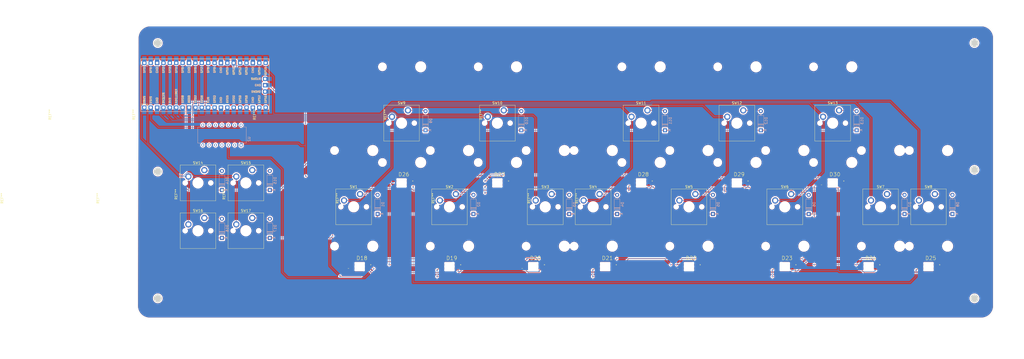
<source format=kicad_pcb>
(kicad_pcb (version 20240108) (generator "pcbnew") (generator_version "8.0")
  (layers (0 "F.Cu" signal) (31 "B.Cu" signal) (34 "B.Paste" user) (35 "F.Paste" user) (36 "B.SilkS" user "B.Silkscreen") (37 "F.SilkS" user "F.Silkscreen") (38 "B.Mask" user) (39 "F.Mask" user) (44 "Edge.Cuts" user))
  (net 0 "")
  (net 1 "Net-(D1-A)")
  (net 2 "Net-(D2-A)")
  (net 3 "Net-(D3-A)")
  (net 4 "Net-(D4-A)")
  (net 5 "Net-(D5-A)")
  (net 6 "Net-(D6-A)")
  (net 7 "Net-(D7-A)")
  (net 8 "Net-(D8-A)")
  (net 9 "Net-(D9-A)")
  (net 10 "Net-(D10-A)")
  (net 11 "Net-(D11-A)")
  (net 12 "Net-(D12-A)")
  (net 13 "Net-(D13-A)")
  (net 14 "Net-(D14-A)")
  (net 15 "Net-(D15-A)")
  (net 16 "Net-(D16-A)")
  (net 17 "Net-(D17-A)")
  (net 19 "unconnected-(U1-3V3-Pad36)")
  (net 26 "unconnected-(U1-3V3_EN-Pad37)")
  (net 47 "row2")
  (net 48 "row1")
  (net 49 "Net-(D18-DOUT)")
  (net 50 "power")
  (net 51 "output")
  (net 52 "GND")
  (net 53 "Net-(D19-DOUT)")
  (net 54 "Net-(D20-DOUT)")
  (net 55 "Net-(D21-DOUT)")
  (net 56 "Net-(D22-DOUT)")
  (net 57 "Net-(D23-DOUT)")
  (net 58 "Net-(D24-DOUT)")
  (net 59 "Net-(D25-DOUT)")
  (net 60 "Net-(D26-DOUT)")
  (net 61 "Net-(D27-DOUT)")
  (net 62 "Net-(D28-DOUT)")
  (net 63 "Net-(D29-DOUT)")
  (net 65 "col3")
  (net 66 "col2")
  (net 67 "col1")
  (net 68 "col6")
  (net 69 "col7")
  (net 70 "col4")
  (net 71 "col8")
  (net 72 "col5")
  (net 73 "5v")
  (net 75 "gpio18")
  (net 84 "col9")
  (net 85 "col10")
  (footprint "ScottoKeebs_MX:MX_PCB_3.00u_90degnew" (layer "F.Cu") (at 157.00375 171.7675)
    (property "Reference" "SW9")
    (property "Value" "SW_Push")
  )
  (footprint "ScottoKeebs_MX:MX_PCB_1.00unew" (layer "F.Cu") (at 95.09125 214.63)
    (property "Reference" "SW17")
    (property "Value" "SW_Push")
  )
  (footprint "SK6812-E:LED_SK6812-Eneww" (layer "F.Cu") (at 366.55375 228.9175)
    (property "Reference" "D25")
    (property "Value" "SK6812-E")
    (fp_line (start -1.7 -1.5) (end 1.7 -1.5) (stroke (width 0.01)) (layer "Edge.Cuts"))
    (fp_line (start -1.7 1.5) (end -1.7 -1.5) (stroke (width 0.01)) (layer "Edge.Cuts"))
    (fp_line (start 1.7 -1.5) (end 1.7 1.5) (stroke (width 0.01)) (layer "Edge.Cuts"))
    (fp_line (start 1.7 1.5) (end -1.7 1.5) (stroke (width 0.01)) (layer "Edge.Cuts"))
  )
  (footprint "ScottoKeebs_MX:MX_PCB_3.00u_90degnew" (layer "F.Cu") (at 366.55375 205.105)
    (property "Reference" "SW8")
    (property "Value" "SW_Push")
  )
  (footprint "SK6812-E:LED_SK6812-Eneww" (layer "F.Cu") (at 209.39125 228.9175)
    (property "Reference" "D20")
    (property "Value" "SK6812-E")
    (fp_line (start -1.7 -1.5) (end 1.7 -1.5) (stroke (width 0.01)) (layer "Edge.Cuts"))
    (fp_line (start -1.7 1.5) (end -1.7 -1.5) (stroke (width 0.01)) (layer "Edge.Cuts"))
    (fp_line (start 1.7 -1.5) (end 1.7 1.5) (stroke (width 0.01)) (layer "Edge.Cuts"))
    (fp_line (start 1.7 1.5) (end -1.7 1.5) (stroke (width 0.01)) (layer "Edge.Cuts"))
  )
  (footprint "SK6812-E:LED_SK6812-Eneww" (layer "F.Cu") (at 290.35375 195.58)
    (property "Reference" "D29")
    (property "Value" "SK6812-E")
    (fp_line (start -1.7 -1.5) (end 1.7 -1.5) (stroke (width 0.01)) (layer "Edge.Cuts"))
    (fp_line (start -1.7 1.5) (end -1.7 -1.5) (stroke (width 0.01)) (layer "Edge.Cuts"))
    (fp_line (start 1.7 -1.5) (end 1.7 1.5) (stroke (width 0.01)) (layer "Edge.Cuts"))
    (fp_line (start 1.7 1.5) (end -1.7 1.5) (stroke (width 0.01)) (layer "Edge.Cuts"))
  )
  (footprint "ScottoKeebs_Stabilizer:Stabilizer_MX_3.00unew" (layer "F.Cu") (at 346.88375 201.73 90)
    (property "Reference" "REF**")
    (property "Value" "Stabilizer_MX_3.00unew")
  )
  (footprint "ScottoKeebs_Stabilizer:Stabilizer_MX_3.00unew" (layer "F.Cu") (at 327.83375 168.3925 90)
    (property "Reference" "REF**")
    (property "Value" "Stabilizer_MX_3.00unew")
  )
  (footprint "ScottoKeebs_Stabilizer:Stabilizer_MX_3.00unew" (layer "F.Cu") (at 175.43375 201.73 90)
    (property "Reference" "REF**")
    (property "Value" "Stabilizer_MX_3.00unew")
  )
  (footprint "ScottoKeebs_MX:MX_PCB_3.00u_90degnew" (layer "F.Cu") (at 176.05375 205.105)
    (property "Reference" "SW2")
    (property "Value" "SW_Push")
  )
  (footprint "ScottoKeebs_MX:MX_PCB_3.00u_90degnew" (layer "F.Cu") (at 328.45375 171.7675)
    (property "Reference" "SW13")
    (property "Value" "SW_Push")
  )
  (footprint "SK6812-E:LED_SK6812-Eneww" (layer "F.Cu") (at 237.96625 228.9175)
    (property "Reference" "D21")
    (property "Value" "SK6812-E")
    (fp_line (start -1.7 -1.5) (end 1.7 -1.5) (stroke (width 0.01)) (layer "Edge.Cuts"))
    (fp_line (start -1.7 1.5) (end -1.7 -1.5) (stroke (width 0.01)) (layer "Edge.Cuts"))
    (fp_line (start 1.7 -1.5) (end 1.7 1.5) (stroke (width 0.01)) (layer "Edge.Cuts"))
    (fp_line (start 1.7 1.5) (end -1.7 1.5) (stroke (width 0.01)) (layer "Edge.Cuts"))
  )
  (footprint "SK6812-E:LED_SK6812-Eneww" (layer "F.Cu") (at 328.45375 195.58)
    (property "Reference" "D30")
    (property "Value" "SK6812-E")
    (fp_line (start -1.7 -1.5) (end 1.7 -1.5) (stroke (width 0.01)) (layer "Edge.Cuts"))
    (fp_line (start -1.7 1.5) (end -1.7 -1.5) (stroke (width 0.01)) (layer "Edge.Cuts"))
    (fp_line (start 1.7 -1.5) (end 1.7 1.5) (stroke (width 0.01)) (layer "Edge.Cuts"))
    (fp_line (start 1.7 1.5) (end -1.7 1.5) (stroke (width 0.01)) (layer "Edge.Cuts"))
  )
  (footprint "ScottoKeebs_MX:MX_PCB_3.00u_90degnew" (layer "F.Cu") (at 195.10375 171.7675)
    (property "Reference" "SW10")
    (property "Value" "SW_Push")
  )
  (footprint "ScottoKeebs_Stabilizer:Stabilizer_MX_3.00unew" (layer "F.Cu") (at 308.78375 201.73 90)
    (property "Reference" "REF**")
    (property "Value" "Stabilizer_MX_3.00unew")
  )
  (footprint "ScottoKeebs_Stabilizer:Stabilizer_MX_3.00unew" (layer "F.Cu") (at 270.68375 201.73 90)
    (property "Reference" "REF**")
    (property "Value" "Stabilizer_MX_3.00unew")
  )
  (footprint "ScottoKeebs_MX:MX_PCB_1.00unew" (layer "F.Cu") (at 76.04125 214.63)
    (property "Reference" "SW16")
    (property "Value" "SW_Push")
  )
  (footprint "ScottoKeebs_MX:MX_PCB_1.00unew" (layer "F.Cu") (at 95.09125 195.58)
    (property "Reference" "SW15")
    (property "Value" "SW_Push")
  )
  (footprint "SK6812-E:LED_SK6812-Eneww" (layer "F.Cu") (at 309.40375 228.9175)
    (property "Reference" "D23")
    (property "Value" "SK6812-E")
    (fp_line (start -1.7 -1.5) (end 1.7 -1.5) (stroke (width 0.01)) (layer "Edge.Cuts"))
    (fp_line (start -1.7 1.5) (end -1.7 -1.5) (stroke (width 0.01)) (layer "Edge.Cuts"))
    (fp_line (start 1.7 -1.5) (end 1.7 1.5) (stroke (width 0.01)) (layer "Edge.Cuts"))
    (fp_line (start 1.7 1.5) (end -1.7 1.5) (stroke (width 0.01)) (layer "Edge.Cuts"))
  )
  (footprint "ScottoKeebs_MX:MX_PCB_3.00u_90degnew" (layer "F.Cu") (at 290.35375 171.7675)
    (property "Reference" "SW12")
    (property "Value" "SW_Push")
  )
  (footprint "ScottoKeebs_Stabilizer:Stabilizer_MX_3.00unew" (layer "F.Cu") (at 156.38375 168.3925 90)
    (property "Reference" "REF**")
    (property "Value" "Stabilizer_MX_3.00unew")
  )
  (footprint "ScottoKeebs_MX:MX_PCB_3.00u_90degnew" (layer "F.Cu") (at 214.15375 205.105)
    (property "Reference" "SW3")
    (property "Value" "SW_Push")
  )
  (footprint "ScottoKeebs_MX:MX_PCB_3.00u_90degnew" (layer "F.Cu") (at 347.50375 205.105)
    (property "Reference" "SW7")
    (property "Value" "SW_Push")
  )
  (footprint "SK6812-E:LED_SK6812-Eneww" (layer "F.Cu") (at 252.25375 195.58)
    (property "Reference" "D28")
    (property "Value" "SK6812-E")
    (fp_line (start -1.7 -1.5) (end 1.7 -1.5) (stroke (width 0.01)) (layer "Edge.Cuts"))
    (fp_line (start -1.7 1.5) (end -1.7 -1.5) (stroke (width 0.01)) (layer "Edge.Cuts"))
    (fp_line (start 1.7 -1.5) (end 1.7 1.5) (stroke (width 0.01)) (layer "Edge.Cuts"))
    (fp_line (start 1.7 1.5) (end -1.7 1.5) (stroke (width 0.01)) (layer "Edge.Cuts"))
  )
  (footprint "ScottoKeebs_Stabilizer:Stabilizer_MX_3.00unew" (layer "F.Cu") (at 194.48375 168.3925 90)
    (property "Reference" "REF**")
    (property "Value" "Stabilizer_MX_3.00unew")
  )
  (footprint "SK6812-E:LED_SK6812-Eneww" (layer "F.Cu") (at 176.05375 228.9175)
    (property "Reference" "D19")
    (property "Value" "SK6812-E")
    (fp_line (start -1.7 -1.5) (end 1.7 -1.5) (stroke (width 0.01)) (layer "Edge.Cuts"))
    (fp_line (start -1.7 1.5) (end -1.7 -1.5) (stroke (width 0.01)) (layer "Edge.Cuts"))
    (fp_line (start 1.7 -1.5) (end 1.7 1.5) (stroke (width 0.01)) (layer "Edge.Cuts"))
    (fp_line (start 1.7 1.5) (end -1.7 1.5) (stroke (width 0.01)) (layer "Edge.Cuts"))
  )
  (footprint "ScottoKeebs_Stabilizer:Stabilizer_MX_3.00unew" (layer "F.Cu") (at 213.53375 201.73 90)
    (property "Reference" "REF**")
    (property "Value" "Stabilizer_MX_3.00unew")
  )
  (footprint "ScottoKeebs_Stabilizer:Stabilizer_MX_3.00unew" (layer "F.Cu") (at 251.63375 168.3925 90)
    (property "Reference" "REF**")
    (property "Value" "Stabilizer_MX_3.00unew")
  )
  (footprint "ScottoKeebs_MX:MX_PCB_3.00u_90degnew" (layer "F.Cu") (at 137.95375 205.105)
    (property "Reference" "SW1")
    (property "Value" "SW_Push")
  )
  (footprint "SK6812-E:LED_SK6812-Eneww" (layer "F.Cu") (at 157.00375 195.58)
    (property "Reference" "D26")
    (property "Value" "SK6812-E")
    (fp_line (start -1.7 -1.5) (end 1.7 -1.5) (stroke (width 0.01)) (layer "Edge.Cuts"))
    (fp_line (start -1.7 1.5) (end -1.7 -1.5) (stroke (width 0.01)) (layer "Edge.Cuts"))
    (fp_line (start 1.7 -1.5) (end 1.7 1.5) (stroke (width 0.01)) (layer "Edge.Cuts"))
    (fp_line (start 1.7 1.5) (end -1.7 1.5) (stroke (width 0.01)) (layer "Edge.Cuts"))
  )
  (footprint "SK6812-E:LED_SK6812-Eneww" (layer "F.Cu") (at 195.10375 195.58)
    (property "Reference" "D27")
    (property "Value" "SK6812-E")
    (fp_line (start -1.7 -1.5) (end 1.7 -1.5) (stroke (width 0.01)) (layer "Edge.Cuts"))
    (fp_line (start -1.7 1.5) (end -1.7 -1.5) (stroke (width 0.01)) (layer "Edge.Cuts"))
    (fp_line (start 1.7 -1.5) (end 1.7 1.5) (stroke (width 0.01)) (layer "Edge.Cuts"))
    (fp_line (start 1.7 1.5) (end -1.7 1.5) (stroke (width 0.01)) (layer "Edge.Cuts"))
  )
  (footprint "ScottoKeebs_MX:MX_PCB_3.00u_90degnew" (layer "F.Cu") (at 233.20375 205.105)
    (property "Reference" "SW4")
    (property "Value" "SW_Push")
  )
  (footprint "ScottoKeebs_Stabilizer:Stabilizer_MX_3.00unew" (layer "F.Cu") (at 365.93375 201.73 90)
    (property "Reference" "REF**")
    (property "Value" "Stabilizer_MX_3.00unew")
  )
  (footprint "ScottoKeebs_Stabilizer:Stabilizer_MX_3.00unew" (layer "F.Cu") (at 232.58375 201.73 90)
    (property "Reference" "REF**")
    (property "Value" "Stabilizer_MX_3.00unew")
  )
  (footprint "SK6812-E:LED_SK6812-Eneww" (layer "F.Cu") (at 271.30375 228.9175)
    (property "Reference" "D22")
    (property "Value" "SK6812-E")
    (fp_line (start -1.7 -1.5) (end 1.7 -1.5) (stroke (width 0.01)) (layer "Edge.Cuts"))
    (fp_line (start -1.7 1.5) (end -1.7 -1.5) (stroke (width 0.01)) (layer "Edge.Cuts"))
    (fp_line (start 1.7 -1.5) (end 1.7 1.5) (stroke (width 0.01)) (layer "Edge.Cuts"))
    (fp_line (start 1.7 1.5) (end -1.7 1.5) (stroke (width 0.01)) (layer "Edge.Cuts"))
  )
  (footprint "ScottoKeebs_Stabilizer:Stabilizer_MX_3.00unew" (layer "F.Cu") (at 289.73375 168.3925 90)
    (property "Reference" "REF**")
    (property "Value" "Stabilizer_MX_3.00unew")
  )
  (footprint "ScottoKeebs_Stabilizer:Stabilizer_MX_3.00unew" (layer "F.Cu") (at 137.33375 201.73 90)
    (property "Reference" "REF**")
    (property "Value" "Stabilizer_MX_3.00unew")
  )
  (footprint "SK6812-E:LED_SK6812-Eneww" (layer "F.Cu") (at 140.335 228.9175)
    (property "Reference" "D18")
    (property "Value" "SK6812-E")
    (fp_line (start -1.7 -1.5) (end 1.7 -1.5) (stroke (width 0.01)) (layer "Edge.Cuts"))
    (fp_line (start -1.7 1.5) (end -1.7 -1.5) (stroke (width 0.01)) (layer "Edge.Cuts"))
    (fp_line (start 1.7 -1.5) (end 1.7 1.5) (stroke (width 0.01)) (layer "Edge.Cuts"))
    (fp_line (start 1.7 1.5) (end -1.7 1.5) (stroke (width 0.01)) (layer "Edge.Cuts"))
  )
  (footprint "ScottoKeebs_MX:MX_PCB_3.00u_90degnew" (layer "F.Cu") (at 309.40375 205.105)
    (property "Reference" "SW6")
    (property "Value" "SW_Push")
  )
  (footprint "ScottoKeebs_MX:MX_PCB_3.00u_90degnew" (layer "F.Cu") (at 271.30375 205.105)
    (property "Reference" "SW5")
    (property "Value" "SW_Push")
  )
  (footprint "SK6812-E:LED_SK6812-Eneww" (layer "F.Cu") (at 342.74125 228.9175)
    (property "Reference" "D24")
    (property "Value" "SK6812-E")
    (fp_line (start -1.7 -1.5) (end 1.7 -1.5) (stroke (width 0.01)) (layer "Edge.Cuts"))
    (fp_line (start -1.7 1.5) (end -1.7 -1.5) (stroke (width 0.01)) (layer "Edge.Cuts"))
    (fp_line (start 1.7 -1.5) (end 1.7 1.5) (stroke (width 0.01)) (layer "Edge.Cuts"))
    (fp_line (start 1.7 1.5) (end -1.7 1.5) (stroke (width 0.01)) (layer "Edge.Cuts"))
  )
  (footprint "ScottoKeebs_MX:MX_PCB_1.00unew" (layer "F.Cu") (at 76.04125 195.58)
    (property "Reference" "SW14")
    (property "Value" "SW_Push")
  )
  (footprint "ScottoKeebs_MX:MX_PCB_3.00u_90degnew" (layer "F.Cu") (at 252.25375 171.7675)
    (property "Reference" "SW11")
    (property "Value" "SW_Push")
  )
  (footprint "Diode_THT:D_DO-35_SOD27_P7.62mm_Horizontal" (layer "B.Cu") (at 104.61625 217.4875 90)
    (property "Reference" "D17")
    (property "Value" "1N4148")
  )
  (footprint "Diode_THT:D_DO-35_SOD27_P7.62mm_Horizontal" (layer "B.Cu") (at 261.77875 174.625 90)
    (property "Reference" "D11")
    (property "Value" "1N4148")
  )
  (footprint "Diode_THT:D_DO-35_SOD27_P7.62mm_Horizontal" (layer "B.Cu") (at 242.72875 207.9625 90)
    (property "Reference" "D4")
    (property "Value" "1N4148")
  )
  (footprint "Diode_THT:D_DO-35_SOD27_P7.62mm_Horizontal" (layer "B.Cu") (at 204.62875 174.625 90)
    (property "Reference" "D10")
    (property "Value" "1N4148")
  )
  (footprint "Diode_THT:D_DO-35_SOD27_P7.62mm_Horizontal" (layer "B.Cu") (at 85.56625 198.4375 90)
    (property "Reference" "D14")
    (property "Value" "1N4148")
  )
  (footprint "Diode_THT:D_DO-35_SOD27_P7.62mm_Horizontal" (layer "B.Cu") (at 376.07875 207.9625 90)
    (property "Reference" "D8")
    (property "Value" "1N4148")
  )
  (footprint "Diode_THT:D_DO-35_SOD27_P7.62mm_Horizontal" (layer "B.Cu") (at 104.61625 198.4375 90)
    (property "Reference" "D15")
    (property "Value" "1N4148")
  )
  (footprint "Diode_THT:D_DO-35_SOD27_P7.62mm_Horizontal" (layer "B.Cu") (at 185.57875 207.9625 90)
    (property "Reference" "D2")
    (property "Value" "1N4148")
  )
  (footprint "Diode_THT:D_DO-35_SOD27_P7.62mm_Horizontal" (layer "B.Cu") (at 223.67875 207.9625 90)
    (property "Reference" "D3")
    (property "Value" "1N4148")
  )
  (footprint "Diode_THT:D_DO-35_SOD27_P7.62mm_Horizontal" (layer "B.Cu") (at 299.87875 174.625 90)
    (property "Reference" "D12")
    (property "Value" "1N4148")
  )
  (footprint "SN74AHCT125N:DIP794W45P254L1930H508Q14" (layer "B.Cu") (at 85.56625 176.53 90)
    (property "Reference" "U2")
    (property "Value" "SN74AHCT125N")
  )
  (footprint "Diode_THT:D_DO-35_SOD27_P7.62mm_Horizontal" (layer "B.Cu") (at 147.47875 207.9625 90)
    (property "Reference" "D1")
    (property "Value" "1N4148")
  )
  (footprint "Diode_THT:D_DO-35_SOD27_P7.62mm_Horizontal" (layer "B.Cu") (at 357.02875 207.9625 90)
    (property "Reference" "D7")
    (property "Value" "1N4148")
  )
  (footprint "ScottoKeebs_MCU:Raspberry_Pi_Pico" (layer "B.Cu") (at 78.82625 156.6875 -90)
    (property "Reference" "U1" (hide yes))
    (property "Value" "Raspberry_Pi_Pico" (hide yes))
  )
  (footprint "Diode_THT:D_DO-35_SOD27_P7.62mm_Horizontal" (layer "B.Cu") (at 337.97875 174.625 90)
    (property "Reference" "D13")
    (property "Value" "1N4148")
  )
  (footprint "Diode_THT:D_DO-35_SOD27_P7.62mm_Horizontal" (layer "B.Cu") (at 280.82875 207.9625 90)
    (property "Reference" "D5")
    (property "Value" "1N4148")
  )
  (footprint "Diode_THT:D_DO-35_SOD27_P7.62mm_Horizontal" (layer "B.Cu") (at 85.56625 217.4875 90)
    (property "Reference" "D16")
    (property "Value" "1N4148")
  )
  (footprint "Diode_THT:D_DO-35_SOD27_P7.62mm_Horizontal" (layer "B.Cu") (at 318.92875 207.9625 90)
    (property "Reference" "D6")
    (property "Value" "1N4148")
  )
  (footprint "Diode_THT:D_DO-35_SOD27_P7.62mm_Horizontal" (layer "B.Cu") (at 166.52875 174.625 90)
    (property "Reference" "D9")
    (property "Value" "1N4148")
  )
  (gr_line (start 387.58875 132.875) (end 385.60375 132.875) (stroke (width 0.05)) (layer "Edge.Cuts"))
  (gr_arc (start 56.82625 249.55625) (mid 53.290716 248.091784) (end 51.82625 244.55625) (stroke (width 0.05)) (layer "Edge.Cuts"))
  (gr_arc (start 387.58875 132.875) (mid 391.124284 134.339466) (end 392.58875 137.875) (stroke (width 0.05)) (layer "Edge.Cuts"))
  (gr_line (start 382.82625 249.55625) (end 56.82625 249.55625) (stroke (width 0.05)) (layer "Edge.Cuts"))
  (gr_circle (center 384.8325 241.55625) (end 386.4325 241.55625) (stroke (width 0.05)) (fill solid) (layer "Edge.Cuts"))
  (gr_circle (center 60.07 191.05625) (end 61.67 191.05625) (stroke (width 0.05)) (fill solid) (layer "Edge.Cuts"))
  (gr_arc (start 392.58875 244.55625) (mid 391.124284 248.091784) (end 387.58875 249.55625) (stroke (width 0.05)) (layer "Edge.Cuts"))
  (gr_line (start 392.58875 137.875) (end 392.58875 244.55625) (stroke (width 0.05)) (layer "Edge.Cuts"))
  (gr_line (start 382.82625 249.55625) (end 387.58875 249.55625) (stroke (width 0.05)) (layer "Edge.Cuts"))
  (gr_line (start 51.82625 244.55625) (end 52.07 137.875) (stroke (width 0.05)) (layer "Edge.Cuts"))
  (gr_arc (start 52.07 137.875) (mid 53.534466 134.339466) (end 57.07 132.875) (stroke (width 0.05)) (layer "Edge.Cuts"))
  (gr_circle (center 384.8325 139.875) (end 386.4325 139.875) (stroke (width 0.05)) (fill solid) (layer "Edge.Cuts"))
  (gr_line (start 57.07 132.875) (end 385.60375 132.875) (stroke (width 0.05)) (layer "Edge.Cuts"))
  (gr_circle (center 384.8325 190.375) (end 386.4325 190.375) (stroke (width 0.05)) (fill solid) (layer "Edge.Cuts"))
  (gr_circle (center 60.07 241.55625) (end 61.67 241.55625) (stroke (width 0.05)) (fill solid) (layer "Edge.Cuts"))
  (gr_circle (center 60.07 139.875) (end 61.67 139.875) (stroke (width 0.05)) (fill solid) (layer "Edge.Cuts"))
  (segment (start 140.49375 200.025) (end 147.16125 200.025) (width 0.2) (layer "F.Cu") (net 1))
  (segment (start 147.16125 200.025) (end 147.47875 200.3425) (width 0.2) (layer "F.Cu") (net 1))
  (segment (start 178.59375 200.025) (end 185.26125 200.025) (width 0.2) (layer "F.Cu") (net 2))
  (segment (start 185.26125 200.025) (end 185.57875 200.3425) (width 0.2) (layer "F.Cu") (net 2))
  (segment (start 216.69375 200.025) (end 223.36125 200.025) (width 0.2) (layer "F.Cu") (net 3))
  (segment (start 223.36125 200.025) (end 223.67875 200.3425) (width 0.2) (layer "F.Cu") (net 3))
  (segment (start 235.74375 200.025) (end 242.41125 200.025) (width 0.2) (layer "F.Cu") (net 4))
  (segment (start 242.41125 200.025) (end 242.72875 200.3425) (width 0.2) (layer "F.Cu") (net 4))
  (segment (start 280.51125 200.025) (end 280.82875 200.3425) (width 0.2) (layer "F.Cu") (net 5))
  (segment (start 273.84375 200.025) (end 280.51125 200.025) (width 0.2) (layer "F.Cu") (net 5))
  (segment (start 318.61125 200.025) (end 318.92875 200.3425) (width 0.2) (layer "F.Cu") (net 6))
  (segment (start 311.94375 200.025) (end 318.61125 200.025) (width 0.2) (layer "F.Cu") (net 6))
  (segment (start 350.04375 200.025) (end 356.71125 200.025) (width 0.2) (layer "F.Cu") (net 7))
  (segment (start 356.71125 200.025) (end 357.02875 200.3425) (width 0.2) (layer "F.Cu") (net 7))
  (segment (start 375.76125 200.025) (end 376.07875 200.3425) (width 0.2) (layer "F.Cu") (net 8))
  (segment (start 369.09375 200.025) (end 375.76125 200.025) (width 0.2) (layer "F.Cu") (net 8))
  (segment (start 159.54375 166.6875) (end 166.21125 166.6875) (width 0.2) (layer "F.Cu") (net 9))
  (segment (start 166.21125 166.6875) (end 166.52875 167.005) (width 0.2) (layer "F.Cu") (net 9))
  (segment (start 204.31125 166.6875) (end 204.62875 167.005) (width 0.2) (layer "F.Cu") (net 10))
  (segment (start 197.64375 166.6875) (end 204.31125 166.6875) (width 0.2) (layer "F.Cu") (net 10))
  (segment (start 254.79375 166.6875) (end 261.46125 166.6875) (width 0.2) (layer "F.Cu") (net 11))
  (segment (start 261.46125 166.6875) (end 261.77875 167.005) (width 0.2) (layer "F.Cu") (net 11))
  (segment (start 292.89375 166.6875) (end 299.56125 166.6875) (width 0.2) (layer "F.Cu") (net 12))
  (segment (start 299.56125 166.6875) (end 299.87875 167.005) (width 0.2) (layer "F.Cu") (net 12))
  (segment (start 330.99375 166.6875) (end 337.66125 166.6875) (width 0.2) (layer "F.Cu") (net 13))
  (segment (start 337.66125 166.6875) (end 337.97875 167.005) (width 0.2) (layer "F.Cu") (net 13))
  (segment (start 78.89875 190.8175) (end 78.58125 190.5) (width 0.2) (layer "F.Cu") (net 14))
  (segment (start 85.56625 190.8175) (end 78.89875 190.8175) (width 0.2) (layer "F.Cu") (net 14))
  (segment (start 102.235 190.8175) (end 101.9175 190.5) (width 0.2) (layer "F.Cu") (net 15))
  (segment (start 101.9175 190.5) (end 97.63125 190.5) (width 0.2) (layer "F.Cu") (net 15))
  (segment (start 104.61625 190.8175) (end 102.235 190.8175) (width 0.2) (layer "F.Cu") (net 15))
  (segment (start 85.24875 209.55) (end 85.56625 209.8675) (width 0.2) (layer "F.Cu") (net 16))
  (segment (start 78.58125 209.55) (end 85.24875 209.55) (width 0.2) (layer "F.Cu") (net 16))
  (segment (start 101.9175 209.55) (end 97.63125 209.55) (width 0.2) (layer "F.Cu") (net 17))
  (segment (start 104.61625 209.8675) (end 102.235 209.8675) (width 0.2) (layer "F.Cu") (net 17))
  (segment (start 102.235 209.8675) (end 101.9175 209.55) (width 0.2) (layer "F.Cu") (net 17))
  (segment (start 64.38 166.2125) (end 64.85625 165.73625) (width 0.2) (layer "B.Cu") (net 19))
  (segment (start 64.85625 165.73625) (end 64.85625 165.5775) (width 0.2) (layer "B.Cu") (net 19))
  (segment (start 62.31625 165.5775) (end 62.31625 165.895) (width 0.2) (layer "B.Cu") (net 26))
  (segment (start 62.31625 165.895) (end 61.99875 166.2125) (width 0.2) (layer "B.Cu") (net 26))
  (segment (start 72.3225 163.43125) (end 71.32625 164.4275) (width 0.2) (layer "F.Cu") (net 47))
  (segment (start 71.32625 189.942968) (end 69.228838 192.04038) (width 0.2) (layer "F.Cu") (net 47))
  (segment (start 90.25625 161.285) (end 90.25625 147.7975) (width 0.2) (layer "F.Cu") (net 47))
  (segment (start 147.47875 207.9625) (end 147.47875 208.91625) (width 0.2) (layer "F.Cu") (net 47))
  (segment (start 69.228838 192.04038) (end 69.228838 214.63) (width 0.2) (layer "F.Cu") (net 47))
  (segment (start 88.11 163.43125) (end 72.3225 163.43125) (width 0.2) (layer "F.Cu") (net 47))
  (segment (start 105.0925 217.01125) (end 104.61625 217.4875) (width 0.2) (layer "F.Cu") (net 47))
  (segment (start 136.6825 217.4875) (end 104.61625 217.4875) (width 0.2) (layer "F.Cu") (net 47))
  (segment (start 72.086338 217.4875) (end 85.56625 217.4875) (width 0.2) (layer "F.Cu") (net 47))
  (segment (start 104.61625 217.4875) (end 85.56625 217.4875) (width 0.2) (layer "F.Cu") (net 47))
  (segment (start 71.32625 164.4275) (end 71.32625 189.942968) (width 0.2) (layer "F.Cu") (net 47))
  (segment (start 69.228838 214.63) (end 72.086338 217.4875) (width 0.2) (layer "F.Cu") (net 47))
  (segment (start 147.47875 207.9625) (end 376.07875 207.9625) (width 0.2) (layer "F.Cu") (net 47))
  (segment (start 88.11 163.43125) (end 90.25625 161.285) (width 0.2) (layer "F.Cu") (net 47))
  (segment (start 137.795 218.6) (end 136.6825 217.4875) (width 0.2) (layer "F.Cu") (net 47))
  (segment (start 147.47875 208.91625) (end 137.795 218.6) (width 0.2) (layer "F.Cu") (net 47))
  (segment (start 91.40625 146.9825) (end 91.07125 146.6475) (width 0.2) (layer "F.Cu") (net 48))
  (segment (start 91.40625 160.700686) (end 91.40625 146.9825) (width 0.2) (layer "F.Cu") (net 48))
  (segment (start 108.667736 198.4375) (end 104.61625 198.4375) (width 0.2) (layer "F.Cu") (net 48))
  (segment (start 72.086338 198.4375) (end 69.73625 196.087412) (width 0.2) (layer "F.Cu") (net 48))
  (segment (start 73.86625 188.23) (end 73.86625 164.4275) (width 0.2) (layer "F.Cu") (net 48))
  (segment (start 74.4625 163.83125) (end 88.275686 163.83125) (width 0.2) (layer "F.Cu") (net 48))
  (segment (start 166.52875 174.625) (end 132.480236 174.625) (width 0.2) (layer "F.Cu") (net 48))
  (segment (start 88.86625 146.6475) (end 87.71625 147.7975) (width 0.2) (layer "F.Cu") (net 48))
  (segment (start 88.275686 163.83125) (end 91.40625 160.700686) (width 0.2) (layer "F.Cu") (net 48))
  (segment (start 131.883243 175.221993) (end 108.667736 198.4375) (width 0.2) (layer "F.Cu") (net 48))
  (segment (start 132.480236 174.625) (end 131.883243 175.221993) (width 0.2) (layer "F.Cu") (net 48))
  (segment (start 69.73625 192.36) (end 73.86625 188.23) (width 0.2) (layer "F.Cu") (net 48))
  (segment (start 73.86625 164.4275) (end 74.4625 163.83125) (width 0.2) (layer "F.Cu") (net 48))
  (segment (start 91.07125 146.6475) (end 88.86625 146.6475) (width 0.2) (layer "F.Cu") (net 48))
  (segment (start 85.56625 198.4375) (end 72.086338 198.4375) (width 0.2) (layer "F.Cu") (net 48))
  (segment (start 69.73625 196.087412) (end 69.73625 192.36) (width 0.2) (layer "F.Cu") (net 48))
  (segment (start 166.52875 174.625) (end 337.97875 174.625) (width 0.2) (layer "F.Cu") (net 48))
  (segment (start 85.56625 198.4375) (end 104.61625 198.4375) (width 0.2) (layer "F.Cu") (net 48))
  (segment (start 136.125 228.9575) (end 136.125 227.4575) (width 0.2) (layer "F.Cu") (net 49))
  (segment (start 136.835 229.6675) (end 136.125 228.9575) (width 0.2) (layer "F.Cu") (net 49))
  (segment (start 136.125 227.4575) (end 137.83875 225.74375) (width 0.2) (layer "F.Cu") (net 49))
  (segment (start 176.787107 225.74375) (end 137.83875 225.74375) (width 0.2) (layer "F.Cu") (net 49))
  (segment (start 137.325 229.6675) (end 136.835 229.6675) (width 0.2) (layer "F.Cu") (net 49))
  (segment (start 179.06375 228.020393) (end 179.06375 228.1675) (width 0.2) (layer "F.Cu") (net 49))
  (segment (start 176.787107 225.74375) (end 179.06375 228.020393) (width 0.2) (layer "F.Cu") (net 49))
  (segment (start 234.95625 227.5575) (end 235.59625 226.9175) (width 0.2) (layer "F.Cu") (net 50))
  (segment (start 232.5325 225.74375) (end 234.95625 228.1675) (width 0.2) (layer "F.Cu") (net 50))
  (segment (start 287.34375 194.83) (end 286.09375 193.58) (width 0.2) (layer "F.Cu") (net 50))
  (segment (start 321.15125 196.98) (end 323.30125 194.83) (width 0.2) (layer "F.Cu") (net 50))
  (segment (start 237.8075 226.9175) (end 241.39625 226.9175) (width 0.2) (layer "F.Cu") (net 50))
  (segment (start 153.99375 194.22) (end 155.4075 192.80625) (width 0.2) (layer "F.Cu") (net 50))
  (segment (start 306.35125 228.125) (end 306.35125 228.062893) (width 0.2) (layer "F.Cu") (net 50))
  (segment (start 306.39375 228.1675) (end 306.35125 228.125) (width 0.2) (layer "F.Cu") (net 50))
  (segment (start 324.19375 193.58) (end 288.446643 193.58) (width 0.2) (layer "F.Cu") (net 50))
  (segment (start 363.54375 228.1675) (end 361.12 225.74375) (width 0.2) (layer "F.Cu") (net 50))
  (segment (start 268.25125 228.125) (end 268.29375 228.1675) (width 0.2) (layer "F.Cu") (net 50))
  (segment (start 308.670393 225.74375) (end 316.38875 225.74375) (width 0.2) (layer "F.Cu") (net 50))
  (segment (start 323.30125 194.83) (end 325.44375 194.83) (width 0.2) (layer "F.Cu") (net 50))
  (segment (start 171.79375 226.9175) (end 173.04375 228.1675) (width 0.2) (layer "F.Cu") (net 50))
  (segment (start 316.38875 225.74375) (end 321.15125 220.98125) (width 0.2) (layer "F.Cu") (net 50))
  (segment (start 173.04375 228.1675) (end 152.125 228.1675) (width 0.2) (layer "F.Cu") (net 50))
  (segment (start 206.85125 225.94375) (end 206.38125 226.41375) (width 0.2) (layer "F.Cu") (net 50))
  (segment (start 190.07 192.80625) (end 192.09375 194.83) (width 0.2) (layer "F.Cu") (net 50))
  (segment (start 137.325 228.1675) (end 137.325 227.5575) (width 0.2) (layer "F.Cu") (net 50))
  (segment (start 306.35125 228.062893) (end 308.670393 225.74375) (width 0.2) (layer "F.Cu") (net 50))
  (segment (start 249.24375 194.682893) (end 249.24375 194.83) (width 0.2) (layer "F.Cu") (net 50))
  (segment (start 152.125 228.1675) (end 152.0825 228.125) (width 0.2) (layer "F.Cu") (net 50))
  (segment (start 266.3825 228.125) (end 268.25125 228.125) (width 0.2) (layer "F.Cu") (net 50))
  (segment (start 288.446643 193.58) (end 287.34375 194.682893) (width 0.2) (layer "F.Cu") (net 50))
  (segment (start 137.325 227.5575) (end 137.965 226.9175) (width 0.2) (layer "F.Cu") (net 50))
  (segment (start 361.12 225.74375) (end 344.96375 225.74375) (width 0.2) (layer "F.Cu") (net 50))
  (segment (start 192.05125 194.7875) (end 192.09375 194.83) (width 0.2) (layer "F.Cu") (net 50))
  (segment (start 234.95625 228.1675) (end 234.95625 227.5575) (width 0.2) (layer "F.Cu") (net 50))
  (segment (start 337.82 228.125) (end 321.15125 228.125) (width 0.2) (layer "F.Cu") (net 50))
  (segment (start 321.15125 220.98125) (end 321.15125 208.5625) (width 0.2) (layer "F.Cu") (net 50))
  (segment (start 153.55125 195.419998) (end 153.55125 195.2725) (width 0.2) (layer "F.Cu") (net 50))
  (segment (start 241.39625 226.9175) (end 242.57 225.74375) (width 0.2) (layer "F.Cu") (net 50))
  (segment (start 286.09375 193.58) (end 250.346643 193.58) (width 0.2) (layer "F.Cu") (net 50))
  (segment (start 287.34375 194.682893) (end 287.34375 194.83) (width 0.2) (layer "F.Cu") (net 50))
  (segment (start 325.44375 194.83) (end 324.19375 193.58) (width 0.2) (layer "F.Cu") (net 50))
  (segment (start 171.79375 226.9175) (end 137.965 226.9175) (width 0.2) (layer "F.Cu") (net 50))
  (segment (start 206.38125 226.41375) (end 206.38125 228.1675) (width 0.2) (layer "F.Cu") (net 50))
  (segment (start 339.68875 228.125) (end 339.73125 228.1675) (width 0.2) (layer "F.Cu") (net 50))
  (segment (start 235.59625 226.9175) (end 237.8075 226.9175) (width 0.2) (layer "F.Cu") (net 50))
  (segment (start 264.04375 228.1675) (end 268.29375 228.1675) (width 0.2) (layer "F.Cu") (net 50))
  (segment (start 153.99375 194.83) (end 153.99375 194.22) (width 0.2) (layer "F.Cu") (net 50))
  (segment (start 249.24375 194.83) (end 246.82 192.40625) (width 0.2) (layer "F.Cu") (net 50))
  (segment (start 190.1825 194.7875) (end 192.05125 194.7875) (width 0.2) (layer "F.Cu") (net 50))
  (segment (start 211.61375 225.74375) (end 232.5325 225.74375) (width 0.2) (layer "F.Cu") (net 50))
  (segment (start 250.346643 193.58) (end 249.24375 194.682893) (width 0.2) (layer "F.Cu") (net 50))
  (segment (start 303.97 225.74375) (end 273.52625 225.74375) (width 0.2) (layer "F.Cu") (net 50))
  (segment (start 321.15125 228.125) (end 321.19375 228.1675) (width 0.2) (layer "F.Cu") (net 50))
  (segment (start 153.55125 195.2725) (end 153.99375 194.83) (width 0.2) (layer "F.Cu") (net 50))
  (segment (start 337.82 228.125) (end 339.68875 228.125) (width 0.2) (layer "F.Cu") (net 50))
  (segment (start 306.39375 228.1675) (end 303.97 225.74375) (width 0.2) (layer "F.Cu") (net 50))
  (segment (start 246.82 192.40625) (end 197.32625 192.40625) (width 0.2) (layer "F.Cu") (net 50))
  (segment (start 155.4075 192.80625) (end 190.07 192.80625) (width 0.2) (layer "F.Cu") (net 50))
  (segment (start 264.00125 228.125) (end 264.04375 228.1675) (width 0.2) (layer "F.Cu") (net 50))
  (via (at 153.55125 195.419998) (size 0.6) (drill 0.3) (layers "F.Cu" "B.Cu") (net 50))
  (via (at 273.52625 225.74375) (size 0.6) (drill 0.3) (layers "F.Cu" "B.Cu") (net 50))
  (via (at 190.1825 194.7875) (size 0.6) (drill 0.3) (layers "F.Cu" "B.Cu") (net 50))
  (via (at 197.32625 192.40625) (size 0.6) (drill 0.3) (layers "F.Cu" "B.Cu") (net 50))
  (via (at 152.0825 228.125) (size 0.6) (drill 0.3) (layers "F.Cu" "B.Cu") (net 50))
  (via (at 337.82 228.125) (size 0.6) (drill 0.3) (layers "F.Cu" "B.Cu") (net 50))
  (via (at 264.00125 228.125) (size 0.6) (drill 0.3) (layers "F.Cu" "B.Cu") (net 50))
  (via (at 321.15125 208.5625) (size 0.6) (drill 0.3) (layers "F.Cu" "B.Cu") (net 50))
  (via (at 211.61375 225.74375) (size 0.6) (drill 0.3) (layers "F.Cu" "B.Cu") (net 50))
  (via (at 242.57 225.74375) (size 0.6) (drill 0.3) (layers "F.Cu" "B.Cu") (net 50))
  (via (at 344.96375 225.74375) (size 0.6) (drill 0.3) (layers "F.Cu" "B.Cu") (net 50))
  (via (at 316.38875 225.74375) (size 0.6) (drill 0.3) (layers "F.Cu" "B.Cu") (net 50))
  (via (at 321.15125 228.125) (size 0.6) (drill 0.3) (layers "F.Cu" "B.Cu") (net 50))
  (via (at 206.85125 225.94375) (size 0.6) (drill 0.3) (layers "F.Cu" "B.Cu") (net 50))
  (via (at 266.3825 228.125) (size 0.6) (drill 0.3) (layers "F.Cu" "B.Cu") (net 50))
  (via (at 321.15125 196.98) (size 0.6) (drill 0.3) (layers "F.Cu" "B.Cu") (net 50))
  (segment (start 261.62 225.74375) (end 264.00125 228.125) (width 0.2) (layer "B.Cu") (net 50))
  (segment (start 268.76375 225.74375) (end 266.3825 228.125) (width 0.2) (layer "B.Cu") (net 50))
  (segment (start 273.52625 225.74375) (end 268.76375 225.74375) (width 0.2) (layer "B.Cu") (net 50))
  (segment (start 344.96375 225.74375) (end 340.20125 225.74375) (width 0.2) (layer "B.Cu") (net 50))
  (segment (start 318.77 228.125) (end 321.15125 228.125) (width 0.2) (layer "B.Cu") (net 50))
  (segment (start 152.0825 228.125) (end 152.0825 196.888748) (width 0.2) (layer "B.Cu") (net 50))
  (segment (start 321.15125 208.5625) (end 321.15125 196.98) (width 0.2) (layer "B.Cu") (net 50))
  (segment (start 261.62 225.74375) (end 242.57 225.74375) (width 0.2) (layer "B.Cu") (net 50))
  (segment (start 197.32625 192.40625) (end 192.56375 192.40625) (width 0.2) (layer "B.Cu") (net 50))
  (segment (start 192.56375 192.40625) (end 190.1825 194.7875) (width 0.2) (layer "B.Cu") (net 50))
  (segment (start 152.0825 196.888748) (end 153.55125 195.419998) (width 0.2) (layer "B.Cu") (net 50))
  (segment (start 211.61375 225.74375) (end 207.05125 225.74375) (width 0.2) (layer "B.Cu") (net 50))
  (segment (start 316.38875 225.74375) (end 318.77 228.125) (width 0.2) (layer "B.Cu") (net 50))
  (segment (start 340.20125 225.74375) (end 337.82 228.125) (width 0.2) (layer "B.Cu") (net 50))
  (segment (start 207.05125 225.74375) (end 206.85125 225.94375) (width 0.2) (layer "B.Cu") (net 50))
  (segment (start 144.3625 228.1675) (end 145.9325 229.7375) (width 0.2) (layer "F.Cu") (net 51))
  (segment (start 143.345 228.1675) (end 144.3625 228.1675) (width 0.2) (layer "F.Cu") (net 51))
  (via (at 145.9325 229.7375) (size 0.6) (drill 0.3) (layers "F.Cu" "B.Cu") (net 51))
  (segment (start 145.9325 229.7375) (end 142.3325 233.3375) (width 0.2) (layer "B.Cu") (net 51))
  (segment (start 142.3325 233.3375) (end 111.755 233.3375) (width 0.2) (layer "B.Cu") (net 51))
  (segment (start 88.10625 184.6525) (end 88.10625 180.5) (width 0.2) (layer "B.Cu") (net 51))
  (segment (start 88.09125 185.6675) (end 88.09125 184.6675) (width 0.2) (layer "B.Cu") (net 51))
  (segment (start 111.755 233.3375) (end 109.56625 231.14875) (width 0.2) (layer "B.Cu") (net 51))
  (segment (start 105.085 185.6675) (end 88.09125 185.6675) (width 0.2) (layer "B.Cu") (net 51))
  (segment (start 109.56625 190.14875) (end 105.085 185.6675) (width 0.2) (layer "B.Cu") (net 51))
  (segment (start 109.56625 231.14875) (end 109.56625 190.14875) (width 0.2) (layer "B.Cu") (net 51))
  (segment (start 88.09125 184.6675) (end 88.10625 184.6525) (width 0.2) (layer "B.Cu") (net 51))
  (segment (start 345.75125 230.039954) (end 345.75125 229.6675) (width 0.2) (layer "F.Cu") (net 52))
  (segment (start 199.36375 197.58) (end 198.11375 196.33) (width 0.2) (layer "F.Cu") (net 52))
  (segment (start 159.21625 197.7375) (end 129.55125 197.7375) (width 0.2) (layer "F.Cu") (net 52))
  (segment (start 369.56375 229.814607) (end 368.460857 230.9175) (width 0.2) (layer "F.Cu") (net 52))
  (segment (start 330.82375 197.58) (end 330.82375 197.7275) (width 0.2) (layer "F.Cu") (net 52))
  (segment (start 255.26375 196.94) (end 254.62375 197.58) (width 0.2) (layer "F.Cu") (net 52))
  (segment (start 292.72375 197.58) (end 257.387562 197.58) (width 0.2) (layer "F.Cu") (net 52))
  (segment (start 330.82375 197.7275) (end 330.67625 197.875) (width 0.2) (layer "F.Cu") (net 52))
  (segment (start 331.46375 196.33) (end 331.46375 196.94) (width 0.2) (layer "F.Cu") (net 52))
  (segment (start 179.55125 230.7375) (end 179.55125 230.155) (width 0.2) (layer "F.Cu") (net 52))
  (segment (start 345.421227 230.369977) (end 345.75125 230.039954) (width 0.2) (layer "F.Cu") (net 52))
  (segment (start 240.97625 229.6675) (end 240.97625 230.2775) (width 0.2) (layer "F.Cu") (net 52))
  (segment (start 129.55125 197.7375) (end 123.78875 197.7375) (width 0.2) (layer "F.Cu") (net 52))
  (segment (start 331.46375 196.94) (end 330.82375 197.58) (width 0.2) (layer "F.Cu") (net 52))
  (segment (start 240.33625 230.9175) (end 213.65125 230.9175) (width 0.2) (layer "F.Cu") (net 52))
  (segment (start 143.345 230.2775) (end 143.345 229.6675) (width 0.2) (layer "F.Cu") (net 52))
  (segment (start 179.55125 230.155) (end 179.06375 229.6675) (width 0.2) (layer "F.Cu") (net 52))
  (segment (start 160.01375 196.33) (end 160.01375 196.94) (width 0.2) (layer "F.Cu") (net 52))
  (segment (start 368.460857 230.9175) (end 347.00125 230.9175) (width 0.2) (layer "F.Cu") (net 52))
  (segment (start 104.28625 156.6875) (end 102.72625 156.6875) (width 0.2) (layer "F.Cu") (net 52))
  (segment (start 109.6675 162.06875) (end 118.78875 162.06875) (width 0.2) (layer "F.Cu") (net 52))
  (segment (start 293.36375 196.94) (end 292.72375 197.58) (width 0.2) (layer "F.Cu") (net 52))
  (segment (start 255.26375 196.33) (end 255.26375 196.94) (width 0.2) (layer "F.Cu") (net 52))
  (segment (start 160.01375 196.94) (end 159.21625 197.7375) (width 0.2) (layer "F.Cu") (net 52))
  (segment (start 347.00125 230.9175) (end 345.75125 229.6675) (width 0.2) (layer "F.Cu") (net 52))
  (segment (start 140.885 232.7375) (end 132.55125 232.7375) (width 0.2) (layer "F.Cu") (net 52))
  (segment (start 198.11375 196.74) (end 198.11375 196.33) (width 0.2) (layer "F.Cu") (net 52))
  (segment (start 293.36375 196.94) (end 293.36375 196.33) (width 0.2) (layer "F.Cu") (net 52))
  (segment (start 196.37875 198.475) (end 198.11375 196.74) (width 0.2) (layer "F.Cu") (net 52))
  (segment (start 274.31375 229.6675) (end 275.56375 230.9175) (width 0.2) (layer "F.Cu") (net 52))
  (segment (start 369.56375 229.6675) (end 369.56375 229.814607) (width 0.2) (layer "F.Cu") (net 52))
  (segment (start 179.06375 229.6675) (end 179.06375 230.2775) (width 0.2) (layer "F.Cu") (net 52))
  (segment (start 254.62375 197.58) (end 199.36375 197.58) (width 0.2) (layer "F.Cu") (net 52))
  (segment (start 129.55125 197.7375) (end 129.55125 216.7375) (width 0.2) (layer "F.Cu") (net 52))
  (segment (start 295.36875 197.58) (end 295.120515 197.331765) (width 0.2) (layer "F.Cu") (net 52))
  (segment (start 140.885 232.7375) (end 143.345 230.2775) (width 0.2) (layer "F.Cu") (net 52))
  (segment (start 312.41375 230.2775) (end 312.41375 229.6675) (width 0.2) (layer "F.Cu") (net 52))
  (segment (start 257.387562 197.58) (end 257.034037 197.226475) (width 0.2) (layer "F.Cu") (net 52))
  (segment (start 213.65125 230.9175) (end 212.40125 229.6675) (width 0.2) (layer "F.Cu") (net 52))
  (segment (start 178.0425 231.29875) (end 144.97625 231.29875) (width 0.2) (layer "F.Cu") (net 52))
  (segment (start 311.77375 230.9175) (end 312.41375 230.2775) (width 0.2) (layer "F.Cu") (net 52))
  (segment (start 160.01375 196.94) (end 161.54875 198.475) (width 0.2) (layer "F.Cu") (net 52))
  (segment (start 212.40125 229.6675) (end 212.40125 230.039957) (width 0.2) (layer "F.Cu") (net 52))
  (segment (start 123.78875 197.7375) (end 118.908133 192.856883) (width 0.2) (layer "F.Cu") (net 52))
  (segment (start 109.6675 162.06875) (end 104.28625 156.6875) (width 0.2) (layer "F.Cu") (net 52))
  (segment (start 118.78875 171.7375) (end 118.78875 162.06875) (width 0.2) (layer "F.Cu") (net 52))
  (segment (start 275.56375 230.9175) (end 311.77375 230.9175) (width 0.2) (layer "F.Cu") (net 52))
  (segment (start 144.97625 231.29875) (end 143.345 229.6675) (width 0.2) (layer "F.Cu") (net 52))
  (segment (start 330.82375 197.58) (end 295.36875 197.58) (width 0.2) (layer "F.Cu") (net 52))
  (segment (start 212.40125 230.039957) (end 211.723706 230.717501) (width 0.2) (layer "F.Cu") (net 52))
  (segment (start 240.97625 230.2775) (end 240.33625 230.9175) (width 0.2) (layer "F.Cu") (net 52))
  (segment (start 161.54875 198.475) (end 196.37875 198.475) (width 0.2) (layer "F.Cu") (net 52))
  (segment (start 179.06375 230.2775) (end 178.0425 231.29875) (width 0.2) (layer "F.Cu") (net 52))
  (via (at 132.55125 232.7375) (size 0.6) (drill 0.3) (layers "F.Cu" "B.Cu") (net 52))
  (via (at 211.723706 230.717501) (size 0.6) (drill 0.3) (layers "F.Cu" "B.Cu") (net 52))
  (via (at 330.67625 197.875) (size 0.6) (drill 0.3) (layers "F.Cu" "B.Cu") (net 52))
  (via (at 118.908133 192.856883) (size 0.6) (drill 0.3) (layers "F.Cu" "B.Cu") (net 52))
  (via (at 295.120515 197.331765) (size 0.6) (drill 0.3) (layers "F.Cu" "B.Cu") (net 52))
  (via (at 255.26375 196.94) (size 0.6) (drill 0.3) (layers "F.Cu" "B.Cu") (net 52))
  (via (at 257.034037 197.226475) (size 0.6) (drill 0.3) (layers "F.Cu" "B.Cu") (net 52))
  (via (at 293.36375 196.94) (size 0.6) (drill 0.3) (layers "F.Cu" "B.Cu") (net 52))
  (via (at 118.78875 171.7375) (size 0.6) (drill 0.3) (layers "F.Cu" "B.Cu") (net 52))
  (via (at 345.421227 230.369977) (size 0.6) (drill 0.3) (layers "F.Cu" "B.Cu") (net 52))
  (via (at 129.55125 216.7375) (size 0.6) (drill 0.3) (layers "F.Cu" "B.Cu") (net 52))
  (via (at 179.55125 230.7375) (size 0.6) (drill 0.3) (layers "F.Cu" "B.Cu") (net 52))
  (via (at 312.41375 230.2775) (size 0.6) (drill 0.3) (layers "F.Cu" "B.Cu") (net 52))
  (segment (start 92.31625 178.8375) (end 93.18625 179.7075) (width 0.2) (layer "B.Cu") (net 52))
  (segment (start 211.523707 230.9175) (end 211.723706 230.717501) (width 0.2) (layer "B.Cu") (net 52))
  (segment (start 312.6425 230.50625) (end 312.41375 230.2775) (width 0.2) (layer "B.Cu") (net 52))
  (segment (start 293.755515 197.331765) (end 293.36375 196.94) (width 0.2) (layer "B.Cu") (net 52))
  (segment (start 128.47475 228.661) (end 132.55125 232.7375) (width 0.2) (layer "B.Cu") (net 52))
  (segment (start 118.908133 192.856883) (end 118.78875 192.7375) (width 0.2) (layer "B.Cu") (net 52))
  (segment (start 117.0375 180.7375) (end 118.78875 180.7375) (width 0.2) (layer "B.Cu") (net 52))
  (segment (start 118.78875 180.7375) (end 118.78875 171.7375) (width 0.2) (layer "B.Cu") (net 52))
  (segment (start 331.0875 230.9175) (end 330.67625 230.50625) (width 0.2) (layer "B.Cu") (net 52))
  (segment (start 129.55125 216.7375) (end 128.47475 217.814) (width 0.2) (layer "B.Cu") (net 52))
  (segment (start 128.47475 217.814) (end 128.47475 228.661) (width 0.2) (layer "B.Cu") (net 52))
  (segment (start 330.67625 230.50625) (end 312.6425 230.50625) (width 0.2) (layer "B.Cu") (net 52))
  (segment (start 179.73125 230.9175) (end 211.523707 230.9175) (width 0.2) (layer "B.Cu") (net 52))
  (segment (start 331.0875 230.9175) (end 344.873704 230.9175) (width 0.2) (layer "B.Cu") (net 52))
  (segment (start 93.18625 180.5) (end 93.18625 179.7075) (width 0.2) (layer "B.Cu") (net 52))
  (segment (start 93.18625 179.7075) (end 116.0075 179.7075) (width 0.2) (layer "B.Cu") (net 52))
  (segment (start 92.31625 178.8375) (end 78.81625 178.8375) (width 0.2) (layer "B.Cu") (net 52))
  (segment (start 77.94625 179.7075) (end 77.94625 180.5) (width 0.2) (layer "B.Cu") (net 52))
  (segment (start 295.120515 197.331765) (end 293.755515 197.331765) (width 0.2) (layer "B.Cu") (net 52))
  (segment (start 344.873704 230.9175) (end 345.421227 230.369977) (width 0.2) (layer "B.Cu") (net 52))
  (segment (start 179.73125 230.9175) (end 179.55125 230.7375) (width 0.2) (layer "B.Cu") (net 52))
  (segment (start 255.26375 196.94) (end 255.550225 197.226475) (width 0.2) (layer "B.Cu") (net 52))
  (segment (start 118.78875 192.7375) (end 118.78875 180.7375) (width 0.2) (layer "B.Cu") (net 52))
  (segment (start 255.550225 197.226475) (end 257.034037 197.226475) (width 0.2) (layer "B.Cu") (net 52))
  (segment (start 330.67625 197.875) (end 330.67625 230.50625) (width 0.2) (layer "B.Cu") (net 52))
  (segment (start 116.0075 179.7075) (end 117.0375 180.7375) (width 0.2) (layer "B.Cu") (net 52))
  (segment (start 77.94625 179.7075) (end 78.81625 178.8375) (width 0.2) (layer "B.Cu") (net 52))
  (segment (start 171.1325 232.8875) (end 178.27625 232.8875) (width 0.2) (layer "F.Cu") (net 53))
  (segment (start 185.82 225.34375) (end 210.1875 225.34375) (width 0.2) (layer "F.Cu") (net 53))
  (segment (start 171.7825 229.6675) (end 173.04375 229.6675) (width 0.2) (layer "F.Cu") (net 53))
  (segment (start 171.1325 230.3175) (end 171.7825 229.6675) (width 0.2) (layer "F.Cu") (net 53))
  (segment (start 212.40125 227.5575) (end 212.40125 228.1675) (width 0.2) (layer "F.Cu") (net 53))
  (segment (start 210.1875 225.34375) (end 212.40125 227.5575) (width 0.2) (layer "F.Cu") (net 53))
  (segment (start 178.27625 232.8875) (end 185.82 225.34375) (width 0.2) (layer "F.Cu") (net 53))
  (via (at 171.1325 232.8875) (size 0.6) (drill 0.3) (layers "F.Cu" "B.Cu") (net 53))
  (via (at 171.1325 230.3175) (size 0.6) (drill 0.3) (layers "F.Cu" "B.Cu") (net 53))
  (segment (start 171.1325 232.8875) (end 171.1325 230.3175) (width 0.2) (layer "B.Cu") (net 53))
  (segment (start 241.23625 231.3175) (end 242.57 229.98375) (width 0.2) (layer "F.Cu") (net 54))
  (segment (start 242.57 229.35125) (end 241.38625 228.1675) (width 0.2) (layer "F.Cu") (net 54))
  (segment (start 241.38625 228.1675) (end 240.97625 228.1675) (width 0.2) (layer "F.Cu") (net 54))
  (segment (start 206.38125 230.2775) (end 207.42125 231.3175) (width 0.2) (layer "F.Cu") (net 54))
  (segment (start 206.38125 229.6675) (end 206.38125 230.2775) (width 0.2) (layer "F.Cu") (net 54))
  (segment (start 242.57 229.98375) (end 242.57 229.35125) (width 0.2) (layer "F.Cu") (net 54))
  (segment (start 207.42125 231.3175) (end 241.23625 231.3175) (width 0.2) (layer "F.Cu") (net 54))
  (segment (start 233.045 230.3175) (end 233.695 229.6675) (width 0.2) (layer "F.Cu") (net 55))
  (segment (start 240.231936 232.8875) (end 233.045 232.8875) (width 0.2) (layer "F.Cu") (net 55))
  (segment (start 274.31375 227.5575) (end 272.5 225.74375) (width 0.2) (layer "F.Cu") (net 55))
  (segment (start 274.31375 228.1675) (end 274.31375 227.5575) (width 0.2) (layer "F.Cu") (net 55))
  (segment (start 247.375686 225.74375) (end 272.5 225.74375) (width 0.2) (layer "F.Cu") (net 55))
  (segment (start 247.375686 225.74375) (end 240.231936 232.8875) (width 0.2) (layer "F.Cu") (net 55))
  (segment (start 233.695 229.6675) (end 234.95625 229.6675) (width 0.2) (layer "F.Cu") (net 55))
  (via (at 233.045 230.3175) (size 0.6) (drill 0.3) (layers "F.Cu" "B.Cu") (net 55))
  (via (at 233.045 232.8875) (size 0.6) (drill 0.3) (layers "F.Cu" "B.Cu") (net 55))
  (segment (start 233.045 232.8875) (end 233.045 230.3175) (width 0.2) (layer "B.Cu") (net 55))
  (segment (start 268.29375 230.03625) (end 268.29375 229.6675) (width 0.2) (layer "F.Cu") (net 56))
  (segment (start 269.575 231.3175) (end 268.29375 230.03625) (width 0.2) (layer "F.Cu") (net 56))
  (segment (start 313.61375 228.8775) (end 313.61375 230.9) (width 0.2) (layer "F.Cu") (net 56))
  (segment (start 313.61375 230.9) (end 313.19625 231.3175) (width 0.2) (layer "F.Cu") (net 56))
  (segment (start 312.41375 228.1675) (end 312.90375 228.1675) (width 0.2) (layer "F.Cu") (net 56))
  (segment (start 312.90375 228.1675) (end 313.61375 228.8775) (width 0.2) (layer "F.Cu") (net 56))
  (segment (start 313.19625 231.3175) (end 269.575 231.3175) (width 0.2) (layer "F.Cu") (net 56))
  (segment (start 319.335686 225.74375) (end 343.9375 225.74375) (width 0.2) (layer "F.Cu") (net 57))
  (segment (start 345.75125 228.1675) (end 345.75125 227.5575) (width 0.2) (layer "F.Cu") (net 57))
  (segment (start 345.75125 227.5575) (end 343.9375 225.74375) (width 0.2) (layer "F.Cu") (net 57))
  (segment (start 312.191936 232.8875) (end 319.335686 225.74375) (width 0.2) (layer "F.Cu") (net 57))
  (segment (start 305.1325 229.6675) (end 306.39375 229.6675) (width 0.2) (layer "F.Cu") (net 57))
  (segment (start 312.191936 232.8875) (end 304.4825 232.8875) (width 0.2) (layer "F.Cu") (net 57))
  (segment (start 304.4825 230.3175) (end 305.1325 229.6675) (width 0.2) (layer "F.Cu") (net 57))
  (via (at 304.4825 230.3175) (size 0.6) (drill 0.3) (layers "F.Cu" "B.Cu") (net 57))
  (via (at 304.4825 232.8875) (size 0.6) (drill 0.3) (layers "F.Cu" "B.Cu") (net 57))
  (segment (start 304.4825 232.8875) (end 304.4825 230.3175) (width 0.2) (layer "B.Cu") (net 57))
  (segment (start 370.76375 228.8775) (end 370.05375 228.1675) (width 0.2) (layer "F.Cu") (net 58))
  (segment (start 370.76375 230.9) (end 370.76375 228.8775) (width 0.2) (layer "F.Cu") (net 58))
  (segment (start 339.73125 229.6675) (end 339.73125 230.03625) (width 0.2) (layer "F.Cu") (net 58))
  (segment (start 341.0125 231.3175) (end 370.34625 231.3175) (width 0.2) (layer "F.Cu") (net 58))
  (segment (start 339.73125 230.03625) (end 341.0125 231.3175) (width 0.2) (layer "F.Cu") (net 58))
  (segment (start 370.34625 231.3175) (end 370.76375 230.9) (width 0.2) (layer "F.Cu") (net 58))
  (segment (start 370.05375 228.1675) (end 369.56375 228.1675) (width 0.2) (layer "F.Cu") (net 58))
  (segment (start 161.6075 195.93375) (end 160.50375 194.83) (width 0.2) (layer "F.Cu") (net 59))
  (segment (start 160.50375 194.83) (end 160.01375 194.83) (width 0.2) (layer "F.Cu") (net 59))
  (segment (start 362.2825 229.6675) (end 361.6325 230.3175) (width 0.2) (layer "F.Cu") (net 59))
  (segment (start 363.54375 229.6675) (end 362.2825 229.6675) (width 0.2) (layer "F.Cu") (net 59))
  (segment (start 161.6075 197.16875) (end 161.6075 195.93375) (width 0.2) (layer "F.Cu") (net 59))
  (via (at 161.6075 197.16875) (size 0.6) (drill 0.3) (layers "F.Cu" "B.Cu") (net 59))
  (via (at 361.6325 230.3175) (size 0.6) (drill 0.3) (layers "F.Cu" "B.Cu") (net 59))
  (segment (start 359.25125 235.26875) (end 361.6325 232.8875) (width 0.2) (layer "B.Cu") (net 59))
  (segment (start 161.6075 235.26875) (end 359.25125 235.26875) (width 0.2) (layer "B.Cu") (net 59))
  (segment (start 361.6325 232.8875) (end 361.6325 230.3175) (width 0.2) (layer "B.Cu") (net 59))
  (segment (start 161.6075 197.16875) (end 161.6075 235.26875) (width 0.2) (layer "B.Cu") (net 59))
  (segment (start 154.5075 192.40625) (end 152.79375 194.12) (width 0.2) (layer "F.Cu") (net 60))
  (segment (start 153.50375 196.33) (end 153.99375 196.33) (width 0.2) (layer "F.Cu") (net 60))
  (segment (start 196.3 192.40625) (end 154.5075 192.40625) (width 0.2) (layer "F.Cu") (net 60))
  (segment (start 152.79375 194.12) (end 152.79375 195.62) (width 0.2) (layer "F.Cu") (net 60))
  (segment (start 152.79375 195.62) (end 153.50375 196.33) (width 0.2) (layer "F.Cu") (net 60))
  (segment (start 198.11375 194.22) (end 196.3 192.40625) (width 0.2) (layer "F.Cu") (net 60))
  (segment (start 198.11375 194.83) (end 198.11375 194.22) (width 0.2) (layer "F.Cu") (net 60))
  (segment (start 191.02125 196.33) (end 192.09375 196.33) (width 0.2) (layer "F.Cu") (net 61))
  (segment (start 197.628064 199.55) (end 190.1825 199.55) (width 0.2) (layer "F.Cu") (net 61))
  (segment (start 255.26375 194.83) (end 255.75375 194.83) (width 0.2) (layer "F.Cu") (net 61))
  (segment (start 255.52375 197.98) (end 199.198064 197.98) (width 0.2) (layer "F.Cu") (net 61))
  (segment (start 190.1825 197.16875) (end 191.02125 196.33) (width 0.2) (layer "F.Cu") (net 61))
  (segment (start 199.198064 197.98) (end 197.628064 199.55) (width 0.2) (layer "F.Cu") (net 61))
  (segment (start 255.75375 194.83) (end 256.46375 195.54) (width 0.2) (layer "F.Cu") (net 61))
  (segment (start 256.46375 195.54) (end 256.46375 197.04) (width 0.2) (layer "F.Cu") (net 61))
  (segment (start 256.46375 197.04) (end 255.52375 197.98) (width 0.2) (layer "F.Cu") (net 61))
  (via (at 190.1825 199.55) (size 0.6) (drill 0.3) (layers "F.Cu" "B.Cu") (net 61))
  (via (at 190.1825 197.16875) (size 0.6) (drill 0.3) (layers "F.Cu" "B.Cu") (net 61))
  (segment (start 190.1825 199.55) (end 190.1825 197.16875) (width 0.2) (layer "B.Cu") (net 61))
  (segment (start 293.85375 194.83) (end 294.9575 195.93375) (width 0.2) (layer "F.Cu") (net 62))
  (segment (start 293.22375 198.38) (end 247.5325 198.38) (width 0.2) (layer "F.Cu") (net 62))
  (segment (start 294.9575 196.64625) (end 293.22375 198.38) (width 0.2) (layer "F.Cu") (net 62))
  (segment (start 247.9825 196.33) (end 249.24375 196.33) (width 0.2) (layer "F.Cu") (net 62))
  (segment (start 247.3325 196.98) (end 247.9825 196.33) (width 0.2) (layer "F.Cu") (net 62))
  (segment (start 294.9575 195.93375) (end 294.9575 196.64625) (width 0.2) (layer "F.Cu") (net 62))
  (segment (start 293.36375 194.83) (end 293.85375 194.83) (width 0.2) (layer "F.Cu") (net 62))
  (segment (start 247.5325 198.38) (end 247.3325 198.58) (width 0.2) (layer "F.Cu") (net 62))
  (via (at 247.3325 196.98) (size 0.6) (drill 0.3) (layers "F.Cu" "B.Cu") (net 62))
  (via (at 247.3325 198.58) (size 0.6) (drill 0.3) (layers "F.Cu" "B.Cu") (net 62))
  (segment (start 247.3325 198.58) (end 247.3325 196.98) (width 0.2) (layer "B.Cu") (net 62))
  (segment (start 332.66375 197.5625) (end 331.75125 198.475) (width 0.2) (layer "F.Cu") (net 63))
  (segment (start 310.351718 198.475) (end 309.846718 198.98) (width 0.2) (layer "F.Cu") (net 63))
  (segment (start 331.75125 198.475) (end 310.351718 198.475) (width 0.2) (layer "F.Cu") (net 63))
  (segment (start 331.95375 194.83) (end 332.66375 195.54) (width 0.2) (layer "F.Cu") (net 63))
  (segment (start 286.0825 196.33) (end 287.34375 196.33) (width 0.2) (layer "F.Cu") (net 63))
  (segment (start 331.46375 194.83) (end 331.95375 194.83) (width 0.2) (layer "F.Cu") (net 63))
  (segment (start 309.846718 198.98) (end 285.4325 198.98) (width 0.2) (layer "F.Cu") (net 63))
  (segment (start 285.4325 196.98) (end 286.0825 196.33) (width 0.2) (layer "F.Cu") (net 63))
  (segment (start 332.66375 195.54) (end 332.66375 197.5625) (width 0.2) (layer "F.Cu") (net 63))
  (via (at 285.4325 196.98) (size 0.6) (drill 0.3) (layers "F.Cu" "B.Cu") (net 63))
  (via (at 285.4325 198.98) (size 0.6) (drill 0.3) (layers "F.Cu" "B.Cu") (net 63))
  (segment (start 285.4325 198.98) (end 285.4325 196.98) (width 0.2) (layer "B.Cu") (net 63))
  (segment (start 61.09125 149.0225) (end 62.31625 147.7975) (width 0.2) (layer "B.Cu") (net 65))
  (segment (start 153.19375 189.517032) (end 140.145782 202.565) (width 0.2) (layer "B.Cu") (net 65))
  (segment (start 151.44875 169.2275) (end 149.70125 170.975) (width 0.2) (layer "B.Cu") (net 65))
  (segment (start 153.19375 169.2275) (end 151.44875 169.2275) (width 0.2) (layer "B.Cu") (net 65))
  (segment (start 61.09125 168.4525) (end 61.09125 149.0225) (width 0.2) (layer "B.Cu") (net 65))
  (segment (start 63.61375 170.975) (end 61.09125 168.4525) (width 0.2) (layer "B.Cu") (net 65))
  (segment (start 140.145782 202.565) (end 134.14375 202.565) (width 0.2) (layer "B.Cu") (net 65))
  (segment (start 149.70125 170.975) (end 63.61375 170.975) (width 0.2) (layer "B.Cu") (net 65))
  (segment (start 153.19375 169.2275) (end 153.19375 189.517032) (width 0.2) (layer "B.Cu") (net 65))
  (segment (start 91.28125 193.04) (end 74.423282 193.04) (width 0.2) (layer "B.Cu") (net 66))
  (segment (start 56.08625 148.9475) (end 56.953407 148.080343) (width 0.2) (layer "B.Cu") (net 66))
  (segment (start 71.589218 191.49) (end 70.439218 192.64) (width 0.2) (layer "B.Cu") (net 66))
  (segment (start 72.873282 191.49) (end 71.589218 191.49) (width 0.2) (layer "B.Cu") (net 66))
  (segment (start 70.439218 192.64) (end 68.904436 192.64) (width 0.2) (layer "B.Cu") (net 66))
  (segment (start 68.904436 192.64) (end 56.08625 179.821814) (width 0.2) (layer "B.Cu") (net 66))
  (segment (start 74.423282 193.04) (end 72.873282 191.49) (width 0.2) (layer "B.Cu") (net 66))
  (segment (start 91.28125 193.04) (end 91.28125 212.09) (width 0.2) (layer "B.Cu") (net 66))
  (segment (start 56.08625 179.821814) (end 56.08625 148.9475) (width 0.2) (layer "B.Cu") (net 66))
  (segment (start 68.73875 193.04) (end 68.73875 193.039999) (width 0.2) (layer "B.Cu") (net 67))
  (segment (start 53.54625 148.9475) (end 54.69625 147.7975) (width 0.2) (layer "B.Cu") (net 67))
  (segment (start 68.73875 193.039999) (end 53.54625 177.847499) (width 0.2) (layer "B.Cu") (net 67))
  (segment (start 53.54625 177.847499) (end 53.54625 148.9475) (width 0.2) (layer "B.Cu") (net 67))
  (segment (start 72.23125 193.04) (end 68.73875 193.04) (width 0.2) (layer "B.Cu") (net 67))
  (segment (start 72.23125 193.04) (end 72.23125 212.09) (width 0.2) (layer "B.Cu") (net 67))
  (segment (start 244.35375 165.1375) (end 153.841692 165.1375) (width 0.2) (layer "B.Cu") (net 68))
  (segment (start 68.78625 148.9475) (end 69.93625 147.7975) (width 0.2) (layer "B.Cu") (net 68))
  (segment (start 149.204192 169.775) (end 70.03375 169.775) (width 0.2) (layer "B.Cu") (net 68))
  (segment (start 153.841692 165.1375) (end 149.204192 169.775) (width 0.2) (layer "B.Cu") (net 68))
  (segment (start 70.03375 169.775) (end 68.78625 168.5275) (width 0.2) (layer "B.Cu") (net 68))
  (segment (start 248.44375 189.517032) (end 235.395782 202.565) (width 0.2) (layer "B.Cu") (net 68))
  (segment (start 68.78625 168.5275) (end 68.78625 148.9475) (width 0.2) (layer "B.Cu") (net 68))
  (segment (start 248.44375 169.2275) (end 244.35375 165.1375) (width 0.2) (layer "B.Cu") (net 68))
  (segment (start 248.44375 169.2275) (end 248.44375 189.517032) (width 0.2) (layer "B.Cu") (net 68))
  (segment (start 235.395782 202.565) (end 229.39375 202.565) (width 0.2) (layer "B.Cu") (net 68))
  (segment (start 275.27375 202.565) (end 267.49375 202.565) (width 0.2) (layer "B.Cu") (net 69))
  (segment (start 286.54375 191.295) (end 275.27375 202.565) (width 0.2) (layer "B.Cu") (net 69))
  (segment (start 73.86625 148.9475) (end 75.01625 147.7975) (width 0.2) (layer "B.Cu") (net 69))
  (segment (start 281.30375 169.2275) (end 286.54375 169.2275) (width 0.2) (layer "B.Cu") (net 69))
  (segment (start 149.038506 169.375) (end 153.676006 164.7375) (width 0.2) (layer "B.Cu") (net 69))
  (segment (start 74.68625 169.375) (end 73.86625 168.555) (width 0.2) (layer "B.Cu") (net 69))
  (segment (start 74.68625 169.375) (end 149.038506 169.375) (width 0.2) (layer "B.Cu") (net 69))
  (segment (start 153.676006 164.7375) (end 276.81375 164.7375) (width 0.2) (layer "B.Cu") (net 69))
  (segment (start 286.54375 169.2275) (end 286.54375 191.295) (width 0.2) (layer "B.Cu") (net 69))
  (segment (start 73.86625 168.555) (end 73.86625 148.9475) (width 0.2) (layer "B.Cu") (net 69))
  (segment (start 276.81375 164.7375) (end 281.30375 169.2275) (width 0.2) (layer "B.Cu") (net 69))
  (segment (start 65.75375 170.575) (end 63.70625 168.5275) (width 0.2) (layer "B.Cu") (net 70))
  (segment (start 153.835782 167.6775) (end 152.433064 167.6775) (width 0.2) (layer "B.Cu") (net 70))
  (segment (start 149.535564 170.575) (end 65.75375 170.575) (width 0.2) (layer "B.Cu") (net 70))
  (segment (start 191.29375 189.517032) (end 178.245782 202.565) (width 0.2) (layer "B.Cu") (net 70))
  (segment (start 155.385782 169.2275) (end 153.835782 167.6775) (width 0.2) (layer "B.Cu") (net 70))
  (segment (start 191.29375 169.2275) (end 191.29375 189.517032) (width 0.2) (layer "B.Cu") (net 70))
  (segment (start 152.433064 167.6775) (end 149.535564 170.575) (width 0.2) (layer "B.Cu") (net 70))
  (segment (start 63.70625 168.5275) (end 63.70625 148.9475) (width 0.2) (layer "B.Cu") (net 70))
  (segment (start 191.29375 169.2275) (end 155.385782 169.2275) (width 0.2) (layer "B.Cu") (net 70))
  (segment (start 63.70625 148.9475) (end 64.85625 147.7975) (width 0.2) (layer "B.Cu") (net 70))
  (segment (start 178.245782 202.565) (end 172.24375 202.565) (width 0.2) (layer "B.Cu") (net 70))
  (segment (start 313.37375 202.565) (end 305.59375 202.565) (width 0.2) (layer "B.Cu") (net 71))
  (segment (start 256.8575 163.83125) (end 256.35125 164.3375) (width 0.2) (layer "B.Cu") (net 71))
  (segment (start 76.28625 168.975) (end 76.28625 149.0675) (width 0.2) (layer "B.Cu") (net 71))
  (segment (start 153.51032 164.3375) (end 148.87282 168.975) (width 0.2) (layer "B.Cu") (net 71))
  (segment (start 76.28625 149.0675) (end 77.55625 147.7975) (width 0.2) (layer "B.Cu") (net 71))
  (segment (start 319.2475 163.83125) (end 256.8575 163.83125) (width 0.2) (layer "B.Cu") (net 71))
  (segment (start 324.64375 169.2275) (end 319.2475 163.83125) (width 0.2) (layer "B.Cu") (net 71))
  (segment (start 256.35125 164.3375) (end 153.51032 164.3375) (width 0.2) (layer "B.Cu") (net 71))
  (segment (start 148.87282 168.975) (end 76.28625 168.975) (width 0.2) (layer "B.Cu") (net 71))
  (segment (start 324.64375 169.2275) (end 324.64375 191.295) (width 0.2) (layer "B.Cu") (net 71))
  (segment (start 324.64375 191.295) (end 313.37375 202.565) (width 0.2) (layer "B.Cu") (net 71))
  (segment (start 149.369878 170.175) (end 67.89375 170.175) (width 0.2) (layer "B.Cu") (net 72))
  (segment (start 209.2325 168.59375) (end 192.852032 168.59375) (width 0.2) (layer "B.Cu") (net 72))
  (segment (start 66.24625 168.5275) (end 66.24625 148.9475) (width 0.2) (layer "B.Cu") (net 72))
  (segment (start 152.267378 167.2775) (end 149.369878 170.175) (width 0.2) (layer "B.Cu") (net 72))
  (segment (start 66.24625 148.9475) (end 67.39625 147.7975) (width 0.2) (layer "B.Cu") (net 72))
  (segment (start 192.852032 168.59375) (end 191.935782 167.6775) (width 0.2) (layer "B.Cu") (net 72))
  (segment (start 155.317718 168.59375) (end 154.001468 167.2775) (width 0.2) (layer "B.Cu") (net 72))
  (segment (start 210.34375 202.565) (end 210.34375 169.705) (width 0.2) (layer "B.Cu") (net 72))
  (segment (start 188.7175 167.6775) (end 187.80125 168.59375) (width 0.2) (layer "B.Cu") (net 72))
  (segment (start 67.89375 170.175) (end 66.24625 168.5275) (width 0.2) (layer "B.Cu") (net 72))
  (segment (start 191.935782 167.6775) (end 188.7175 167.6775) (width 0.2) (layer "B.Cu") (net 72))
  (segment (start 210.34375 169.705) (end 209.2325 168.59375) (width 0.2) (layer "B.Cu") (net 72))
  (segment (start 154.001468 167.2775) (end 152.267378 167.2775) (width 0.2) (layer "B.Cu") (net 72))
  (segment (start 187.80125 168.59375) (end 155.317718 168.59375) (width 0.2) (layer "B.Cu") (net 72))
  (segment (start 92.31625 173.43) (end 93.18625 172.56) (width 0.2) (layer "B.Cu") (net 73))
  (segment (start 57.23625 165.5775) (end 57.23625 170.3775) (width 0.2) (layer "B.Cu") (net 73))
  (segment (start 57.23625 170.3775) (end 60.28875 173.43) (width 0.2) (layer "B.Cu") (net 73))
  (segment (start 60.28875 173.43) (end 92.31625 173.43) (width 0.2) (layer "B.Cu") (net 73))
  (segment (start 148.707134 168.575) (end 153.344634 163.9375) (width 0.2) (layer "B.Cu") (net 84))
  (segment (start 153.344634 163.9375) (end 256.185564 163.9375) (width 0.2) (layer "B.Cu") (net 84))
  (segment (start 78.94625 168.5275) (end 78.94625 148.9475) (width 0.2) (layer "B.Cu") (net 84))
  (segment (start 337.42 163.43125) (end 343.69375 169.705) (width 0.2) (layer "B.Cu") (net 84))
  (segment (start 79.09125 168.575) (end 78.99375 168.575) (width 0.2) (layer "B.Cu") (net 84))
  (segment (start 79.09125 168.575) (end 148.707134 168.575) (width 0.2) (layer "B.Cu") (net 84))
  (segment (start 256.691814 163.43125) (end 337.42 163.43125) (width 0.2) (layer "B.Cu") (net 84))
  (segment (start 343.69375 169.705) (end 343.69375 202.565) (width 0.2) (layer "B.Cu") (net 84))
  (segment (start 78.94625 148.9475) (end 80.09625 147.7975) (width 0.2) (layer "B.Cu") (net 84))
  (segment (start 78.99375 168.575) (end 78.94625 168.5275) (width 0.2) (layer "B.Cu") (net 84))
  (segment (start 256.185564 163.9375) (end 256.691814 163.43125) (width 0.2) (layer "B.Cu") (net 84))
  (segment (start 362.74375 202.565) (end 362.74375 174.4675) (width 0.2) (layer "B.Cu") (net 85))
  (segment (start 106.09125 168.175) (end 106.09125 153.2325) (width 0.2) (layer "B.Cu") (net 85))
  (segment (start 153.178948 163.5375) (end 148.541448 168.175) (width 0.2) (layer "B.Cu") (net 85))
  (segment (start 148.541448 168.175) (end 106.09125 168.175) (width 0.2) (layer "B.Cu") (net 85))
  (segment (start 256.526128 163.03125) (end 256.019878 163.5375) (width 0.2) (layer "B.Cu") (net 85))
  (segment (start 106.09125 153.2325) (end 101.80625 148.9475) (width 0.2) (layer "B.Cu") (net 85))
  (segment (start 256.019878 163.5375) (end 153.178948 163.5375) (width 0.2) (layer "B.Cu") (net 85))
  (segment (start 101.80625 148.9475) (end 83.78625 148.9475) (width 0.2) (layer "B.Cu") (net 85))
  (segment (start 362.74375 174.4675) (end 351.3075 163.03125) (width 0.2) (layer "B.Cu") (net 85))
  (segment (start 351.3075 163.03125) (end 256.526128 163.03125) (width 0.2) (layer "B.Cu") (net 85))
  (segment (start 83.78625 148.9475) (end 82.63625 147.7975) (width 0.2) (layer "B.Cu") (net 85))
  (zone (net 0) (net_name "") (layers "F&B.Cu") (connect_pads (clearance 0.5)) (min_thickness 0.25) (fill yes (thermal_gap 0.5) (thermal_bridge_width 0.5) (island_removal_mode 1) (island_area_min 10))
    (polygon (pts (xy 45.55125 122.7375) (xy 44.55125 264.7375) (xy 404.55125 265.7375) (xy 404.55125 122.7375)))
  )
)
</source>
